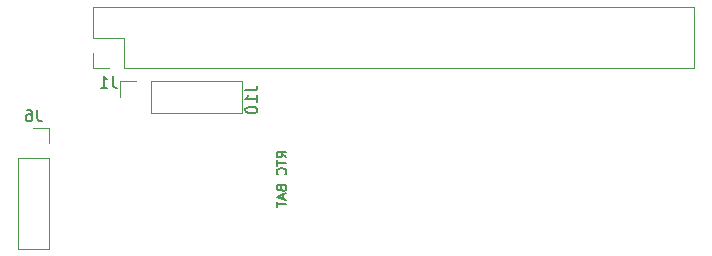
<source format=gbo>
G04 #@! TF.GenerationSoftware,KiCad,Pcbnew,7.0.7*
G04 #@! TF.CreationDate,2023-12-10T12:53:02-04:00*
G04 #@! TF.ProjectId,pi zero hat,7069207a-6572-46f2-9068-61742e6b6963,rev?*
G04 #@! TF.SameCoordinates,Original*
G04 #@! TF.FileFunction,Legend,Bot*
G04 #@! TF.FilePolarity,Positive*
%FSLAX46Y46*%
G04 Gerber Fmt 4.6, Leading zero omitted, Abs format (unit mm)*
G04 Created by KiCad (PCBNEW 7.0.7) date 2023-12-10 12:53:02*
%MOMM*%
%LPD*%
G01*
G04 APERTURE LIST*
%ADD10C,0.150000*%
%ADD11C,0.120000*%
G04 APERTURE END LIST*
D10*
X123394295Y-83634649D02*
X123013342Y-83367982D01*
X123394295Y-83177506D02*
X122594295Y-83177506D01*
X122594295Y-83177506D02*
X122594295Y-83482268D01*
X122594295Y-83482268D02*
X122632390Y-83558458D01*
X122632390Y-83558458D02*
X122670485Y-83596553D01*
X122670485Y-83596553D02*
X122746676Y-83634649D01*
X122746676Y-83634649D02*
X122860961Y-83634649D01*
X122860961Y-83634649D02*
X122937152Y-83596553D01*
X122937152Y-83596553D02*
X122975247Y-83558458D01*
X122975247Y-83558458D02*
X123013342Y-83482268D01*
X123013342Y-83482268D02*
X123013342Y-83177506D01*
X122594295Y-83863220D02*
X122594295Y-84320363D01*
X123394295Y-84091791D02*
X122594295Y-84091791D01*
X123318104Y-85044173D02*
X123356200Y-85006077D01*
X123356200Y-85006077D02*
X123394295Y-84891792D01*
X123394295Y-84891792D02*
X123394295Y-84815601D01*
X123394295Y-84815601D02*
X123356200Y-84701315D01*
X123356200Y-84701315D02*
X123280009Y-84625125D01*
X123280009Y-84625125D02*
X123203819Y-84587030D01*
X123203819Y-84587030D02*
X123051438Y-84548934D01*
X123051438Y-84548934D02*
X122937152Y-84548934D01*
X122937152Y-84548934D02*
X122784771Y-84587030D01*
X122784771Y-84587030D02*
X122708580Y-84625125D01*
X122708580Y-84625125D02*
X122632390Y-84701315D01*
X122632390Y-84701315D02*
X122594295Y-84815601D01*
X122594295Y-84815601D02*
X122594295Y-84891792D01*
X122594295Y-84891792D02*
X122632390Y-85006077D01*
X122632390Y-85006077D02*
X122670485Y-85044173D01*
X122975247Y-86263220D02*
X123013342Y-86377506D01*
X123013342Y-86377506D02*
X123051438Y-86415601D01*
X123051438Y-86415601D02*
X123127628Y-86453697D01*
X123127628Y-86453697D02*
X123241914Y-86453697D01*
X123241914Y-86453697D02*
X123318104Y-86415601D01*
X123318104Y-86415601D02*
X123356200Y-86377506D01*
X123356200Y-86377506D02*
X123394295Y-86301316D01*
X123394295Y-86301316D02*
X123394295Y-85996554D01*
X123394295Y-85996554D02*
X122594295Y-85996554D01*
X122594295Y-85996554D02*
X122594295Y-86263220D01*
X122594295Y-86263220D02*
X122632390Y-86339411D01*
X122632390Y-86339411D02*
X122670485Y-86377506D01*
X122670485Y-86377506D02*
X122746676Y-86415601D01*
X122746676Y-86415601D02*
X122822866Y-86415601D01*
X122822866Y-86415601D02*
X122899057Y-86377506D01*
X122899057Y-86377506D02*
X122937152Y-86339411D01*
X122937152Y-86339411D02*
X122975247Y-86263220D01*
X122975247Y-86263220D02*
X122975247Y-85996554D01*
X123165723Y-86758458D02*
X123165723Y-87139411D01*
X123394295Y-86682268D02*
X122594295Y-86948935D01*
X122594295Y-86948935D02*
X123394295Y-87215601D01*
X122594295Y-87367982D02*
X122594295Y-87825125D01*
X123394295Y-87596553D02*
X122594295Y-87596553D01*
X108703333Y-76724819D02*
X108703333Y-77439104D01*
X108703333Y-77439104D02*
X108750952Y-77581961D01*
X108750952Y-77581961D02*
X108846190Y-77677200D01*
X108846190Y-77677200D02*
X108989047Y-77724819D01*
X108989047Y-77724819D02*
X109084285Y-77724819D01*
X107703333Y-77724819D02*
X108274761Y-77724819D01*
X107989047Y-77724819D02*
X107989047Y-76724819D01*
X107989047Y-76724819D02*
X108084285Y-76867676D01*
X108084285Y-76867676D02*
X108179523Y-76962914D01*
X108179523Y-76962914D02*
X108274761Y-77010533D01*
X119954819Y-77940476D02*
X120669104Y-77940476D01*
X120669104Y-77940476D02*
X120811961Y-77892857D01*
X120811961Y-77892857D02*
X120907200Y-77797619D01*
X120907200Y-77797619D02*
X120954819Y-77654762D01*
X120954819Y-77654762D02*
X120954819Y-77559524D01*
X120954819Y-78940476D02*
X120954819Y-78369048D01*
X120954819Y-78654762D02*
X119954819Y-78654762D01*
X119954819Y-78654762D02*
X120097676Y-78559524D01*
X120097676Y-78559524D02*
X120192914Y-78464286D01*
X120192914Y-78464286D02*
X120240533Y-78369048D01*
X119954819Y-79559524D02*
X119954819Y-79654762D01*
X119954819Y-79654762D02*
X120002438Y-79750000D01*
X120002438Y-79750000D02*
X120050057Y-79797619D01*
X120050057Y-79797619D02*
X120145295Y-79845238D01*
X120145295Y-79845238D02*
X120335771Y-79892857D01*
X120335771Y-79892857D02*
X120573866Y-79892857D01*
X120573866Y-79892857D02*
X120764342Y-79845238D01*
X120764342Y-79845238D02*
X120859580Y-79797619D01*
X120859580Y-79797619D02*
X120907200Y-79750000D01*
X120907200Y-79750000D02*
X120954819Y-79654762D01*
X120954819Y-79654762D02*
X120954819Y-79559524D01*
X120954819Y-79559524D02*
X120907200Y-79464286D01*
X120907200Y-79464286D02*
X120859580Y-79416667D01*
X120859580Y-79416667D02*
X120764342Y-79369048D01*
X120764342Y-79369048D02*
X120573866Y-79321429D01*
X120573866Y-79321429D02*
X120335771Y-79321429D01*
X120335771Y-79321429D02*
X120145295Y-79369048D01*
X120145295Y-79369048D02*
X120050057Y-79416667D01*
X120050057Y-79416667D02*
X120002438Y-79464286D01*
X120002438Y-79464286D02*
X119954819Y-79559524D01*
X102333333Y-79574819D02*
X102333333Y-80289104D01*
X102333333Y-80289104D02*
X102380952Y-80431961D01*
X102380952Y-80431961D02*
X102476190Y-80527200D01*
X102476190Y-80527200D02*
X102619047Y-80574819D01*
X102619047Y-80574819D02*
X102714285Y-80574819D01*
X101428571Y-79574819D02*
X101619047Y-79574819D01*
X101619047Y-79574819D02*
X101714285Y-79622438D01*
X101714285Y-79622438D02*
X101761904Y-79670057D01*
X101761904Y-79670057D02*
X101857142Y-79812914D01*
X101857142Y-79812914D02*
X101904761Y-80003390D01*
X101904761Y-80003390D02*
X101904761Y-80384342D01*
X101904761Y-80384342D02*
X101857142Y-80479580D01*
X101857142Y-80479580D02*
X101809523Y-80527200D01*
X101809523Y-80527200D02*
X101714285Y-80574819D01*
X101714285Y-80574819D02*
X101523809Y-80574819D01*
X101523809Y-80574819D02*
X101428571Y-80527200D01*
X101428571Y-80527200D02*
X101380952Y-80479580D01*
X101380952Y-80479580D02*
X101333333Y-80384342D01*
X101333333Y-80384342D02*
X101333333Y-80146247D01*
X101333333Y-80146247D02*
X101380952Y-80051009D01*
X101380952Y-80051009D02*
X101428571Y-80003390D01*
X101428571Y-80003390D02*
X101523809Y-79955771D01*
X101523809Y-79955771D02*
X101714285Y-79955771D01*
X101714285Y-79955771D02*
X101809523Y-80003390D01*
X101809523Y-80003390D02*
X101857142Y-80051009D01*
X101857142Y-80051009D02*
X101904761Y-80146247D01*
D11*
X157960000Y-70900000D02*
X157960000Y-76100000D01*
X107040000Y-70900000D02*
X157960000Y-70900000D01*
X107040000Y-70900000D02*
X107040000Y-73500000D01*
X109640000Y-73500000D02*
X109640000Y-76100000D01*
X107040000Y-73500000D02*
X109640000Y-73500000D01*
X107040000Y-74770000D02*
X107040000Y-76100000D01*
X109640000Y-76100000D02*
X157960000Y-76100000D01*
X107040000Y-76100000D02*
X108370000Y-76100000D01*
X119650000Y-77170000D02*
X119650000Y-79830000D01*
X111970000Y-77170000D02*
X119650000Y-77170000D01*
X111970000Y-77170000D02*
X111970000Y-79830000D01*
X110700000Y-77170000D02*
X109370000Y-77170000D01*
X109370000Y-77170000D02*
X109370000Y-78500000D01*
X111970000Y-79830000D02*
X119650000Y-79830000D01*
X103330000Y-91400000D02*
X100670000Y-91400000D01*
X103330000Y-83720000D02*
X103330000Y-91400000D01*
X103330000Y-83720000D02*
X100670000Y-83720000D01*
X103330000Y-82450000D02*
X103330000Y-81120000D01*
X103330000Y-81120000D02*
X102000000Y-81120000D01*
X100670000Y-83720000D02*
X100670000Y-91400000D01*
M02*

</source>
